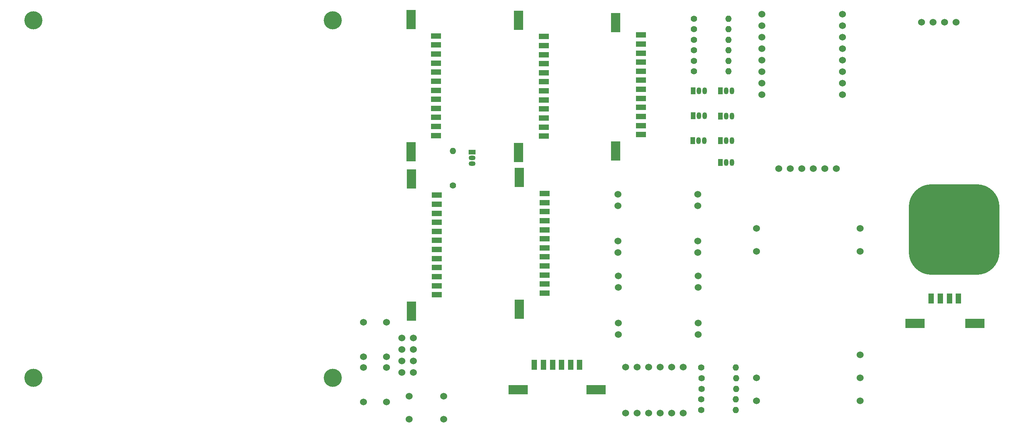
<source format=gbr>
%TF.GenerationSoftware,KiCad,Pcbnew,(6.0.2)*%
%TF.CreationDate,2022-08-09T19:55:16+09:00*%
%TF.ProjectId,dash,64617368-2e6b-4696-9361-645f70636258,rev?*%
%TF.SameCoordinates,Original*%
%TF.FileFunction,Soldermask,Top*%
%TF.FilePolarity,Negative*%
%FSLAX46Y46*%
G04 Gerber Fmt 4.6, Leading zero omitted, Abs format (unit mm)*
G04 Created by KiCad (PCBNEW (6.0.2)) date 2022-08-09 19:55:16*
%MOMM*%
%LPD*%
G01*
G04 APERTURE LIST*
G04 Aperture macros list*
%AMRoundRect*
0 Rectangle with rounded corners*
0 $1 Rounding radius*
0 $2 $3 $4 $5 $6 $7 $8 $9 X,Y pos of 4 corners*
0 Add a 4 corners polygon primitive as box body*
4,1,4,$2,$3,$4,$5,$6,$7,$8,$9,$2,$3,0*
0 Add four circle primitives for the rounded corners*
1,1,$1+$1,$2,$3*
1,1,$1+$1,$4,$5*
1,1,$1+$1,$6,$7*
1,1,$1+$1,$8,$9*
0 Add four rect primitives between the rounded corners*
20,1,$1+$1,$2,$3,$4,$5,0*
20,1,$1+$1,$4,$5,$6,$7,0*
20,1,$1+$1,$6,$7,$8,$9,0*
20,1,$1+$1,$8,$9,$2,$3,0*%
G04 Aperture macros list end*
%ADD10C,1.524000*%
%ADD11C,1.400000*%
%ADD12O,1.400000X1.400000*%
%ADD13R,1.050000X1.500000*%
%ADD14O,1.050000X1.500000*%
%ADD15R,2.057400X4.241800*%
%ADD16R,2.260600X1.244600*%
%ADD17RoundRect,5.000000X-5.000000X-5.000000X5.000000X-5.000000X5.000000X5.000000X-5.000000X5.000000X0*%
%ADD18R,4.241800X2.057400*%
%ADD19R,1.244600X2.260600*%
%ADD20C,4.000000*%
%ADD21R,1.500000X1.050000*%
%ADD22O,1.500000X1.050000*%
G04 APERTURE END LIST*
D10*
%TO.C,U4*%
X196728000Y-135180000D03*
X201808000Y-135180000D03*
X194188000Y-135180000D03*
X199268000Y-135180000D03*
X204348000Y-135180000D03*
X191648000Y-135180000D03*
%TD*%
D11*
%TO.C,R4*%
X174610000Y-186170000D03*
D12*
X182230000Y-186170000D03*
%TD*%
D11*
%TO.C,R10*%
X172980000Y-109050000D03*
D12*
X180600000Y-109050000D03*
%TD*%
D13*
%TO.C,Q6*%
X178840000Y-133870000D03*
D14*
X180110000Y-133870000D03*
X181380000Y-133870000D03*
%TD*%
D11*
%TO.C,R5*%
X174610000Y-188550000D03*
D12*
X182230000Y-188550000D03*
%TD*%
D10*
%TO.C,U9*%
X230820000Y-102862000D03*
X223200000Y-102862000D03*
X225740000Y-102862000D03*
X228280000Y-102862000D03*
%TD*%
D11*
%TO.C,R11*%
X172980000Y-111390000D03*
D12*
X180600000Y-111390000D03*
%TD*%
D15*
%TO.C,J3*%
X155719850Y-131280000D03*
X155711850Y-102913200D03*
D16*
X161299850Y-105680000D03*
X161299850Y-107680000D03*
X161299850Y-109680000D03*
X161299850Y-111680000D03*
X161299850Y-113680000D03*
X161299850Y-115680000D03*
X161299850Y-117680000D03*
X161299850Y-119680000D03*
X161299850Y-121680000D03*
X161299850Y-123680000D03*
X161299850Y-125680000D03*
X161299850Y-127680000D03*
%TD*%
D17*
%TO.C,REF\u002A\u002A*%
X230390000Y-148640000D03*
%TD*%
D11*
%TO.C,R1*%
X119820000Y-138960000D03*
D12*
X119820000Y-131340000D03*
%TD*%
D11*
%TO.C,R3*%
X174630000Y-181510000D03*
D12*
X182250000Y-181510000D03*
%TD*%
D18*
%TO.C,J4*%
X151370000Y-184094750D03*
X134170000Y-184094750D03*
D19*
X137770000Y-178514750D03*
X139770000Y-178514750D03*
X141770000Y-178514750D03*
X143770000Y-178514750D03*
X145770000Y-178514750D03*
X147770000Y-178514750D03*
%TD*%
D10*
%TO.C,U5*%
X168050000Y-179040000D03*
X162970000Y-179040000D03*
X157890000Y-189200000D03*
X160430000Y-189200000D03*
X160430000Y-179040000D03*
X165510000Y-179040000D03*
X157890000Y-179040000D03*
X168050000Y-189200000D03*
X162970000Y-189200000D03*
X170590000Y-179040000D03*
X170590000Y-189200000D03*
X165510000Y-189200000D03*
%TD*%
%TO.C,U3*%
X156210000Y-140870000D03*
X156210000Y-143410000D03*
X156210000Y-151230000D03*
X156210000Y-153770000D03*
X173810000Y-153770000D03*
X173810000Y-151230000D03*
X173810000Y-143410000D03*
X173810000Y-140870000D03*
%TD*%
%TO.C,ESP_PROGRAM*%
X105174600Y-179124600D03*
X100094600Y-179124600D03*
X105174600Y-186744600D03*
X100094600Y-186744600D03*
%TD*%
D11*
%TO.C,R6*%
X174620000Y-183870000D03*
D12*
X182240000Y-183870000D03*
%TD*%
D20*
%TO.C,REF\u002A\u002A*%
X27266200Y-102450200D03*
X93266200Y-102450200D03*
X27266200Y-181450200D03*
X93266200Y-181450200D03*
%TD*%
D11*
%TO.C,R12*%
X173000000Y-113680000D03*
D12*
X180620000Y-113680000D03*
%TD*%
D15*
%TO.C,J6*%
X110669850Y-166670000D03*
X110669850Y-137470000D03*
D16*
X116249850Y-141070000D03*
X116249850Y-143070000D03*
X116249850Y-145070000D03*
X116249850Y-147070000D03*
X116249850Y-149070000D03*
X116249850Y-151070000D03*
X116249850Y-153070000D03*
X116249850Y-155070000D03*
X116249850Y-157070000D03*
X116249850Y-159070000D03*
X116249850Y-161070000D03*
X116249850Y-163070000D03*
%TD*%
D21*
%TO.C,Q3*%
X124050000Y-131550000D03*
D22*
X124050000Y-132820000D03*
X124050000Y-134090000D03*
%TD*%
D15*
%TO.C,J1*%
X134309850Y-131620000D03*
X134309850Y-102420000D03*
D16*
X139889850Y-106020000D03*
X139889850Y-108020000D03*
X139889850Y-110020000D03*
X139889850Y-112020000D03*
X139889850Y-114020000D03*
X139889850Y-116020000D03*
X139889850Y-118020000D03*
X139889850Y-120020000D03*
X139889850Y-122020000D03*
X139889850Y-124020000D03*
X139889850Y-126020000D03*
X139889850Y-128020000D03*
%TD*%
D11*
%TO.C,R8*%
X172980000Y-104400000D03*
D12*
X180600000Y-104400000D03*
%TD*%
D10*
%TO.C,U10*%
X186749200Y-181431600D03*
X209609200Y-176351600D03*
X209609200Y-148411600D03*
X186749200Y-153491600D03*
X186749200Y-186511600D03*
X186749200Y-148411600D03*
X209609200Y-186511600D03*
X209609200Y-153491600D03*
X209609200Y-181431600D03*
%TD*%
D15*
%TO.C,J5*%
X110529850Y-102290000D03*
X110529850Y-131490000D03*
D16*
X116109850Y-105890000D03*
X116109850Y-107890000D03*
X116109850Y-109890000D03*
X116109850Y-111890000D03*
X116109850Y-113890000D03*
X116109850Y-115890000D03*
X116109850Y-117890000D03*
X116109850Y-119890000D03*
X116109850Y-121890000D03*
X116109850Y-123890000D03*
X116109850Y-125890000D03*
X116109850Y-127890000D03*
%TD*%
D10*
%TO.C,U8*%
X205743000Y-106170800D03*
X187963000Y-106170800D03*
X205743000Y-116330800D03*
X205743000Y-118870800D03*
X187963000Y-108710800D03*
X187963000Y-101090800D03*
X187963000Y-113790800D03*
X205743000Y-113790800D03*
X187963000Y-118870800D03*
X205743000Y-101090800D03*
X187963000Y-111250800D03*
X205743000Y-103630800D03*
X187963000Y-116330800D03*
X205743000Y-111250800D03*
X187963000Y-103630800D03*
X205743000Y-108710800D03*
%TD*%
D13*
%TO.C,Q2*%
X178780000Y-118040000D03*
D14*
X180050000Y-118040000D03*
X181320000Y-118040000D03*
%TD*%
D10*
%TO.C,BOOT0*%
X117789200Y-190579200D03*
X117789200Y-185499200D03*
X110169200Y-190579200D03*
X110169200Y-185499200D03*
%TD*%
D13*
%TO.C,Q1*%
X172760000Y-118040000D03*
D14*
X174030000Y-118040000D03*
X175300000Y-118040000D03*
%TD*%
D13*
%TO.C,Q7*%
X172710000Y-129020000D03*
D14*
X173980000Y-129020000D03*
X175250000Y-129020000D03*
%TD*%
D13*
%TO.C,Q4*%
X172760000Y-123550000D03*
D14*
X174030000Y-123550000D03*
X175300000Y-123550000D03*
%TD*%
D10*
%TO.C,ESP_RST*%
X100104600Y-169180000D03*
X105184600Y-169180000D03*
X105184600Y-176800000D03*
X100104600Y-176800000D03*
%TD*%
%TO.C,U2*%
X108509600Y-175164000D03*
X111049600Y-175164000D03*
X108509600Y-172624000D03*
X108509600Y-177704000D03*
X111049600Y-177704000D03*
X111049600Y-172624000D03*
X111049600Y-180244000D03*
X108509600Y-180244000D03*
%TD*%
D15*
%TO.C,J2*%
X134469850Y-166310000D03*
X134469850Y-137110000D03*
D16*
X140049850Y-140710000D03*
X140049850Y-142710000D03*
X140049850Y-144710000D03*
X140049850Y-146710000D03*
X140049850Y-148710000D03*
X140049850Y-150710000D03*
X140049850Y-152710000D03*
X140049850Y-154710000D03*
X140049850Y-156710000D03*
X140049850Y-158710000D03*
X140049850Y-160710000D03*
X140049850Y-162710000D03*
%TD*%
D10*
%TO.C,U6*%
X156270000Y-158940000D03*
X156270000Y-161480000D03*
X156270000Y-169300000D03*
X156270000Y-171840000D03*
X173870000Y-171840000D03*
X173870000Y-169300000D03*
X173870000Y-161480000D03*
X173870000Y-158940000D03*
%TD*%
D18*
%TO.C,REF\u002A\u002A*%
X221714800Y-169448400D03*
X234914800Y-169448400D03*
D19*
X225314800Y-163868400D03*
X227314800Y-163868400D03*
X229314800Y-163868400D03*
X231314800Y-163868400D03*
%TD*%
D11*
%TO.C,R2*%
X174570000Y-179110000D03*
D12*
X182190000Y-179110000D03*
%TD*%
D11*
%TO.C,R9*%
X172980000Y-106720000D03*
D12*
X180600000Y-106720000D03*
%TD*%
D13*
%TO.C,Q8*%
X178810000Y-129000000D03*
D14*
X180080000Y-129000000D03*
X181350000Y-129000000D03*
%TD*%
D11*
%TO.C,R7*%
X173000000Y-102090000D03*
D12*
X180620000Y-102090000D03*
%TD*%
D13*
%TO.C,Q5*%
X178800000Y-123570000D03*
D14*
X180070000Y-123570000D03*
X181340000Y-123570000D03*
%TD*%
M02*

</source>
